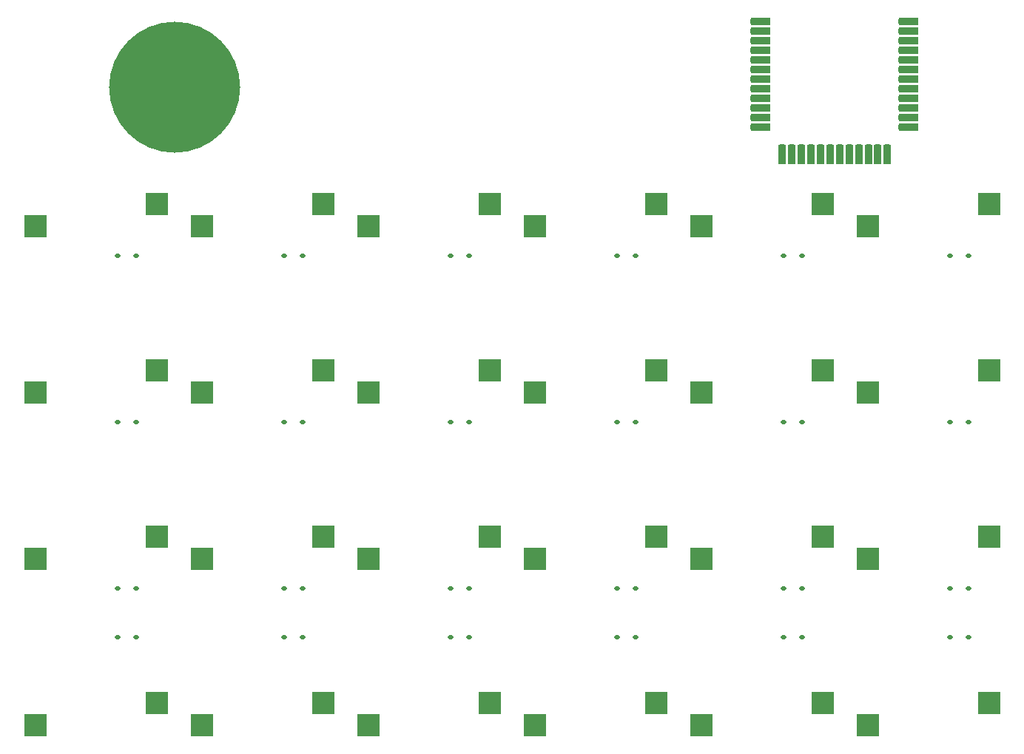
<source format=gbr>
%TF.GenerationSoftware,KiCad,Pcbnew,7.0.1*%
%TF.CreationDate,2023-05-06T18:31:28+10:00*%
%TF.ProjectId,switch_grid_test,73776974-6368-45f6-9772-69645f746573,rev?*%
%TF.SameCoordinates,Original*%
%TF.FileFunction,Paste,Bot*%
%TF.FilePolarity,Positive*%
%FSLAX46Y46*%
G04 Gerber Fmt 4.6, Leading zero omitted, Abs format (unit mm)*
G04 Created by KiCad (PCBNEW 7.0.1) date 2023-05-06 18:31:28*
%MOMM*%
%LPD*%
G01*
G04 APERTURE LIST*
G04 Aperture macros list*
%AMRoundRect*
0 Rectangle with rounded corners*
0 $1 Rounding radius*
0 $2 $3 $4 $5 $6 $7 $8 $9 X,Y pos of 4 corners*
0 Add a 4 corners polygon primitive as box body*
4,1,4,$2,$3,$4,$5,$6,$7,$8,$9,$2,$3,0*
0 Add four circle primitives for the rounded corners*
1,1,$1+$1,$2,$3*
1,1,$1+$1,$4,$5*
1,1,$1+$1,$6,$7*
1,1,$1+$1,$8,$9*
0 Add four rect primitives between the rounded corners*
20,1,$1+$1,$2,$3,$4,$5,0*
20,1,$1+$1,$4,$5,$6,$7,0*
20,1,$1+$1,$6,$7,$8,$9,0*
20,1,$1+$1,$8,$9,$2,$3,0*%
G04 Aperture macros list end*
%ADD10R,2.550000X2.500000*%
%ADD11RoundRect,0.112500X-0.187500X-0.112500X0.187500X-0.112500X0.187500X0.112500X-0.187500X0.112500X0*%
%ADD12RoundRect,0.225000X0.918000X0.225000X-0.918000X0.225000X-0.918000X-0.225000X0.918000X-0.225000X0*%
%ADD13RoundRect,0.225000X0.225000X-0.918000X0.225000X0.918000X-0.225000X0.918000X-0.225000X-0.918000X0*%
%ADD14RoundRect,0.225000X-0.918000X-0.225000X0.918000X-0.225000X0.918000X0.225000X-0.918000X0.225000X0*%
%ADD15C,15.000000*%
G04 APERTURE END LIST*
D10*
%TO.C,SW6*%
X136310000Y-107980000D03*
X150160000Y-105440000D03*
%TD*%
%TO.C,SW9*%
X79160000Y-127030000D03*
X93010000Y-124490000D03*
%TD*%
%TO.C,SW20*%
X60110000Y-165130000D03*
X73960000Y-162590000D03*
%TD*%
%TO.C,SW19*%
X41060000Y-165130000D03*
X54910000Y-162590000D03*
%TD*%
%TO.C,SW5*%
X117260000Y-107980000D03*
X131110000Y-105440000D03*
%TD*%
%TO.C,SW12*%
X136310000Y-127030000D03*
X150160000Y-124490000D03*
%TD*%
%TO.C,SW2*%
X60110000Y-107980000D03*
X73960000Y-105440000D03*
%TD*%
%TO.C,SW4*%
X98210000Y-107980000D03*
X112060000Y-105440000D03*
%TD*%
%TO.C,SW7*%
X41060000Y-127030000D03*
X54910000Y-124490000D03*
%TD*%
%TO.C,SW22*%
X98210000Y-165130000D03*
X112060000Y-162590000D03*
%TD*%
%TO.C,SW21*%
X79160000Y-165130000D03*
X93010000Y-162590000D03*
%TD*%
%TO.C,SW18*%
X136310000Y-146080000D03*
X150160000Y-143540000D03*
%TD*%
%TO.C,SW13*%
X41060000Y-146080000D03*
X54910000Y-143540000D03*
%TD*%
%TO.C,SW23*%
X117260000Y-165130000D03*
X131110000Y-162590000D03*
%TD*%
%TO.C,SW24*%
X136310000Y-165130000D03*
X150160000Y-162590000D03*
%TD*%
%TO.C,SW14*%
X60110000Y-146080000D03*
X73960000Y-143540000D03*
%TD*%
%TO.C,SW16*%
X98210000Y-146080000D03*
X112060000Y-143540000D03*
%TD*%
%TO.C,SW10*%
X98210000Y-127030000D03*
X112060000Y-124490000D03*
%TD*%
%TO.C,SW1*%
X41060000Y-107980000D03*
X54910000Y-105440000D03*
%TD*%
%TO.C,SW15*%
X79160000Y-146080000D03*
X93010000Y-143540000D03*
%TD*%
%TO.C,SW8*%
X60110000Y-127030000D03*
X73960000Y-124490000D03*
%TD*%
%TO.C,SW3*%
X79160000Y-107980000D03*
X93010000Y-105440000D03*
%TD*%
%TO.C,SW17*%
X117260000Y-146080000D03*
X131110000Y-143540000D03*
%TD*%
%TO.C,SW11*%
X117260000Y-127030000D03*
X131110000Y-124490000D03*
%TD*%
D11*
%TO.C,D5*%
X126650000Y-111400000D03*
X128750000Y-111400000D03*
%TD*%
%TO.C,D17*%
X126650000Y-149500000D03*
X128750000Y-149500000D03*
%TD*%
%TO.C,D9*%
X88550000Y-130450000D03*
X90650000Y-130450000D03*
%TD*%
%TO.C,D6*%
X145700000Y-111400000D03*
X147800000Y-111400000D03*
%TD*%
%TO.C,D18*%
X145700000Y-149500000D03*
X147800000Y-149500000D03*
%TD*%
%TO.C,D14*%
X69500000Y-149500000D03*
X71600000Y-149500000D03*
%TD*%
%TO.C,D16*%
X107600000Y-149500000D03*
X109700000Y-149500000D03*
%TD*%
%TO.C,D10*%
X107600000Y-130450000D03*
X109700000Y-130450000D03*
%TD*%
D12*
%TO.C,U1*%
X141000000Y-84553500D03*
X141000000Y-85653500D03*
X141000000Y-86753500D03*
X141000000Y-87853500D03*
X141000000Y-88953500D03*
X141000000Y-90053500D03*
X141000000Y-91153500D03*
X141000000Y-92253500D03*
X141000000Y-93353500D03*
X141000000Y-94453500D03*
X141000000Y-95553500D03*
X141000000Y-96653500D03*
D13*
X138550000Y-99753500D03*
X137450000Y-99753500D03*
X136350000Y-99753500D03*
X135250000Y-99753500D03*
X134150000Y-99753500D03*
X133050000Y-99753500D03*
X131950000Y-99753500D03*
X130850000Y-99753500D03*
X129750000Y-99753500D03*
X128650000Y-99753500D03*
X127550000Y-99753500D03*
X126450000Y-99753500D03*
D14*
X124000000Y-96653500D03*
X124000000Y-95553500D03*
X124000000Y-94453500D03*
X124000000Y-93353500D03*
X124000000Y-92253500D03*
X124000000Y-91153500D03*
X124000000Y-90053500D03*
X124000000Y-88953500D03*
X124000000Y-87853500D03*
X124000000Y-86753500D03*
X124000000Y-85653500D03*
X124000000Y-84553500D03*
%TD*%
D11*
%TO.C,D8*%
X69500000Y-130450000D03*
X71600000Y-130450000D03*
%TD*%
%TO.C,D20*%
X69500000Y-155050000D03*
X71600000Y-155050000D03*
%TD*%
%TO.C,D1*%
X50450000Y-111400000D03*
X52550000Y-111400000D03*
%TD*%
%TO.C,D7*%
X50450000Y-130450000D03*
X52550000Y-130450000D03*
%TD*%
%TO.C,D4*%
X107600000Y-111400000D03*
X109700000Y-111400000D03*
%TD*%
%TO.C,D24*%
X145700000Y-155050000D03*
X147800000Y-155050000D03*
%TD*%
%TO.C,D15*%
X88550000Y-149500000D03*
X90650000Y-149500000D03*
%TD*%
%TO.C,D22*%
X107600000Y-155050000D03*
X109700000Y-155050000D03*
%TD*%
%TO.C,D2*%
X69500000Y-111400000D03*
X71600000Y-111400000D03*
%TD*%
%TO.C,D11*%
X126650000Y-130450000D03*
X128750000Y-130450000D03*
%TD*%
D15*
%TO.C,BT1*%
X56937000Y-92050000D03*
%TD*%
D11*
%TO.C,D21*%
X88550000Y-155050000D03*
X90650000Y-155050000D03*
%TD*%
%TO.C,D19*%
X50450000Y-155050000D03*
X52550000Y-155050000D03*
%TD*%
%TO.C,D13*%
X50450000Y-149500000D03*
X52550000Y-149500000D03*
%TD*%
%TO.C,D12*%
X145700000Y-130450000D03*
X147800000Y-130450000D03*
%TD*%
%TO.C,D3*%
X88550000Y-111400000D03*
X90650000Y-111400000D03*
%TD*%
%TO.C,D23*%
X126650000Y-155050000D03*
X128750000Y-155050000D03*
%TD*%
M02*

</source>
